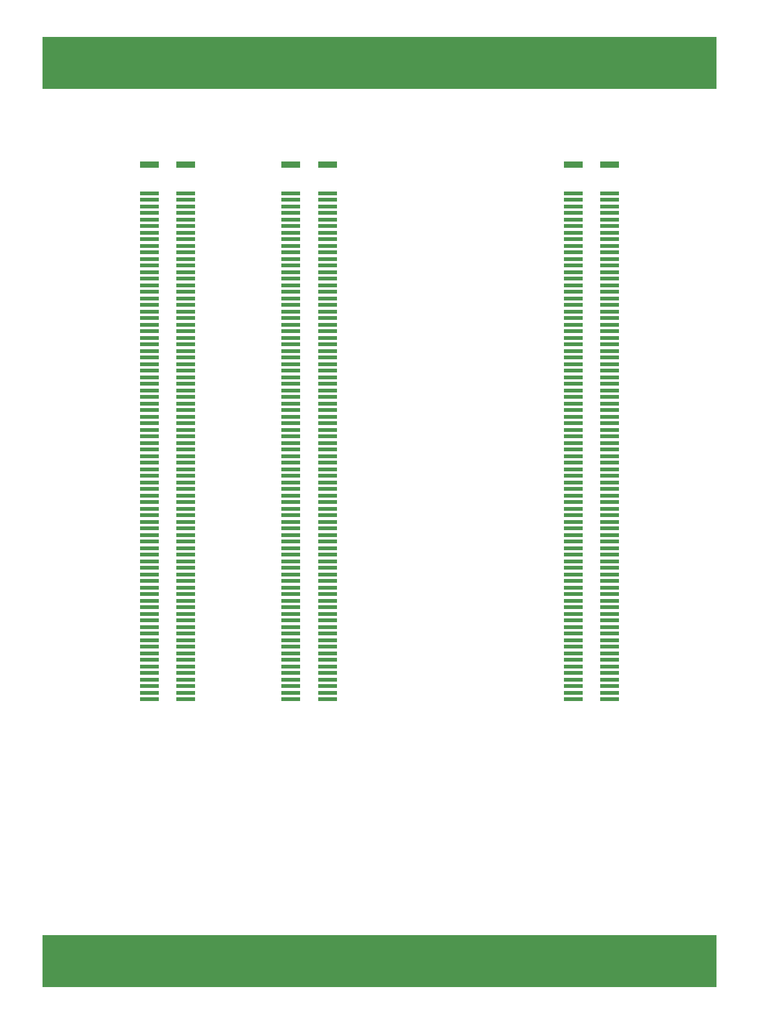
<source format=gbs>
G04 Layer: BottomSolderMaskLayer*
G04 EasyEDA v6.5.29, 2023-07-16 15:11:24*
G04 2c12c0e84ba74d3092461a17c469f48c,5a6b42c53f6a479593ecc07194224c93,10*
G04 Gerber Generator version 0.2*
G04 Scale: 100 percent, Rotated: No, Reflected: No *
G04 Dimensions in millimeters *
G04 leading zeros omitted , absolute positions ,4 integer and 5 decimal *
%FSLAX45Y45*%
%MOMM*%

%ADD10O,6.6032126X3.4031936000000003*%

%LPD*%
D10*
G01*
X736600Y12573000D03*
G01*
X8382000Y12573000D03*
G01*
X736600Y330200D03*
G01*
X8382000Y330200D03*
G36*
X0Y12852400D02*
G01*
X9131300Y12852400D01*
X9131300Y12152401D01*
X0Y12152401D01*
G37*
G36*
X0Y699998D02*
G01*
X9131300Y699998D01*
X9131300Y0D01*
X0Y0D01*
G37*
G36*
X1816100Y11168379D02*
G01*
X2070100Y11168379D01*
X2070100Y11079479D01*
X1816100Y11079479D01*
G37*
G36*
X1320800Y11168379D02*
G01*
X1574800Y11168379D01*
X1574800Y11079479D01*
X1320800Y11079479D01*
G37*
G36*
X1816100Y8983979D02*
G01*
X2070100Y8983979D01*
X2070100Y8933179D01*
X1816100Y8933179D01*
G37*
G36*
X1816100Y8895079D02*
G01*
X2070100Y8895079D01*
X2070100Y8844279D01*
X1816100Y8844279D01*
G37*
G36*
X1816100Y8806179D02*
G01*
X2070100Y8806179D01*
X2070100Y8755379D01*
X1816100Y8755379D01*
G37*
G36*
X1816100Y8539479D02*
G01*
X2070100Y8539479D01*
X2070100Y8488679D01*
X1816100Y8488679D01*
G37*
G36*
X1816100Y8628379D02*
G01*
X2070100Y8628379D01*
X2070100Y8577579D01*
X1816100Y8577579D01*
G37*
G36*
X1816100Y8717279D02*
G01*
X2070100Y8717279D01*
X2070100Y8666479D01*
X1816100Y8666479D01*
G37*
G36*
X1816100Y8272779D02*
G01*
X2070100Y8272779D01*
X2070100Y8221979D01*
X1816100Y8221979D01*
G37*
G36*
X1816100Y8361679D02*
G01*
X2070100Y8361679D01*
X2070100Y8310879D01*
X1816100Y8310879D01*
G37*
G36*
X1816100Y8450579D02*
G01*
X2070100Y8450579D01*
X2070100Y8399779D01*
X1816100Y8399779D01*
G37*
G36*
X1816100Y8006079D02*
G01*
X2070100Y8006079D01*
X2070100Y7955279D01*
X1816100Y7955279D01*
G37*
G36*
X1816100Y8094979D02*
G01*
X2070100Y8094979D01*
X2070100Y8044179D01*
X1816100Y8044179D01*
G37*
G36*
X1816100Y8183879D02*
G01*
X2070100Y8183879D01*
X2070100Y8133079D01*
X1816100Y8133079D01*
G37*
G36*
X1816100Y7828279D02*
G01*
X2070100Y7828279D01*
X2070100Y7777479D01*
X1816100Y7777479D01*
G37*
G36*
X1816100Y7917179D02*
G01*
X2070100Y7917179D01*
X2070100Y7866379D01*
X1816100Y7866379D01*
G37*
G36*
X1816100Y9161779D02*
G01*
X2070100Y9161779D01*
X2070100Y9110979D01*
X1816100Y9110979D01*
G37*
G36*
X1816100Y9072879D02*
G01*
X2070100Y9072879D01*
X2070100Y9022079D01*
X1816100Y9022079D01*
G37*
G36*
X1816100Y9428479D02*
G01*
X2070100Y9428479D01*
X2070100Y9377679D01*
X1816100Y9377679D01*
G37*
G36*
X1816100Y9339579D02*
G01*
X2070100Y9339579D01*
X2070100Y9288779D01*
X1816100Y9288779D01*
G37*
G36*
X1816100Y9250679D02*
G01*
X2070100Y9250679D01*
X2070100Y9199879D01*
X1816100Y9199879D01*
G37*
G36*
X1816100Y9695179D02*
G01*
X2070100Y9695179D01*
X2070100Y9644379D01*
X1816100Y9644379D01*
G37*
G36*
X1816100Y9606279D02*
G01*
X2070100Y9606279D01*
X2070100Y9555479D01*
X1816100Y9555479D01*
G37*
G36*
X1816100Y9517379D02*
G01*
X2070100Y9517379D01*
X2070100Y9466579D01*
X1816100Y9466579D01*
G37*
G36*
X1816100Y9961879D02*
G01*
X2070100Y9961879D01*
X2070100Y9911079D01*
X1816100Y9911079D01*
G37*
G36*
X1816100Y9872979D02*
G01*
X2070100Y9872979D01*
X2070100Y9822179D01*
X1816100Y9822179D01*
G37*
G36*
X1816100Y9784079D02*
G01*
X2070100Y9784079D01*
X2070100Y9733279D01*
X1816100Y9733279D01*
G37*
G36*
X1816100Y10228579D02*
G01*
X2070100Y10228579D01*
X2070100Y10177779D01*
X1816100Y10177779D01*
G37*
G36*
X1816100Y10139679D02*
G01*
X2070100Y10139679D01*
X2070100Y10088879D01*
X1816100Y10088879D01*
G37*
G36*
X1816100Y10050779D02*
G01*
X2070100Y10050779D01*
X2070100Y9999979D01*
X1816100Y9999979D01*
G37*
G36*
X1816100Y10495279D02*
G01*
X2070100Y10495279D01*
X2070100Y10444479D01*
X1816100Y10444479D01*
G37*
G36*
X1816100Y10406379D02*
G01*
X2070100Y10406379D01*
X2070100Y10355579D01*
X1816100Y10355579D01*
G37*
G36*
X1816100Y10317479D02*
G01*
X2070100Y10317479D01*
X2070100Y10266679D01*
X1816100Y10266679D01*
G37*
G36*
X1816100Y10584179D02*
G01*
X2070100Y10584179D01*
X2070100Y10533379D01*
X1816100Y10533379D01*
G37*
G36*
X1816100Y10673079D02*
G01*
X2070100Y10673079D01*
X2070100Y10622279D01*
X1816100Y10622279D01*
G37*
G36*
X1816100Y10761979D02*
G01*
X2070100Y10761979D01*
X2070100Y10711179D01*
X1816100Y10711179D01*
G37*
G36*
X1320800Y10761979D02*
G01*
X1574800Y10761979D01*
X1574800Y10711179D01*
X1320800Y10711179D01*
G37*
G36*
X1320800Y10673079D02*
G01*
X1574800Y10673079D01*
X1574800Y10622279D01*
X1320800Y10622279D01*
G37*
G36*
X1320800Y10584179D02*
G01*
X1574800Y10584179D01*
X1574800Y10533379D01*
X1320800Y10533379D01*
G37*
G36*
X1320800Y10317479D02*
G01*
X1574800Y10317479D01*
X1574800Y10266679D01*
X1320800Y10266679D01*
G37*
G36*
X1320800Y10406379D02*
G01*
X1574800Y10406379D01*
X1574800Y10355579D01*
X1320800Y10355579D01*
G37*
G36*
X1320800Y10495279D02*
G01*
X1574800Y10495279D01*
X1574800Y10444479D01*
X1320800Y10444479D01*
G37*
G36*
X1320800Y10050779D02*
G01*
X1574800Y10050779D01*
X1574800Y9999979D01*
X1320800Y9999979D01*
G37*
G36*
X1320800Y10139679D02*
G01*
X1574800Y10139679D01*
X1574800Y10088879D01*
X1320800Y10088879D01*
G37*
G36*
X1320800Y10228579D02*
G01*
X1574800Y10228579D01*
X1574800Y10177779D01*
X1320800Y10177779D01*
G37*
G36*
X1320800Y9784079D02*
G01*
X1574800Y9784079D01*
X1574800Y9733279D01*
X1320800Y9733279D01*
G37*
G36*
X1320800Y9872979D02*
G01*
X1574800Y9872979D01*
X1574800Y9822179D01*
X1320800Y9822179D01*
G37*
G36*
X1320800Y9961879D02*
G01*
X1574800Y9961879D01*
X1574800Y9911079D01*
X1320800Y9911079D01*
G37*
G36*
X1320800Y9517379D02*
G01*
X1574800Y9517379D01*
X1574800Y9466579D01*
X1320800Y9466579D01*
G37*
G36*
X1320800Y9606279D02*
G01*
X1574800Y9606279D01*
X1574800Y9555479D01*
X1320800Y9555479D01*
G37*
G36*
X1320800Y9695179D02*
G01*
X1574800Y9695179D01*
X1574800Y9644379D01*
X1320800Y9644379D01*
G37*
G36*
X1320800Y9250679D02*
G01*
X1574800Y9250679D01*
X1574800Y9199879D01*
X1320800Y9199879D01*
G37*
G36*
X1320800Y9339579D02*
G01*
X1574800Y9339579D01*
X1574800Y9288779D01*
X1320800Y9288779D01*
G37*
G36*
X1320800Y9428479D02*
G01*
X1574800Y9428479D01*
X1574800Y9377679D01*
X1320800Y9377679D01*
G37*
G36*
X1320800Y9072879D02*
G01*
X1574800Y9072879D01*
X1574800Y9022079D01*
X1320800Y9022079D01*
G37*
G36*
X1320800Y9161779D02*
G01*
X1574800Y9161779D01*
X1574800Y9110979D01*
X1320800Y9110979D01*
G37*
G36*
X1320800Y7917179D02*
G01*
X1574800Y7917179D01*
X1574800Y7866379D01*
X1320800Y7866379D01*
G37*
G36*
X1320800Y7828279D02*
G01*
X1574800Y7828279D01*
X1574800Y7777479D01*
X1320800Y7777479D01*
G37*
G36*
X1320800Y8183879D02*
G01*
X1574800Y8183879D01*
X1574800Y8133079D01*
X1320800Y8133079D01*
G37*
G36*
X1320800Y8094979D02*
G01*
X1574800Y8094979D01*
X1574800Y8044179D01*
X1320800Y8044179D01*
G37*
G36*
X1320800Y8006079D02*
G01*
X1574800Y8006079D01*
X1574800Y7955279D01*
X1320800Y7955279D01*
G37*
G36*
X1320800Y8450579D02*
G01*
X1574800Y8450579D01*
X1574800Y8399779D01*
X1320800Y8399779D01*
G37*
G36*
X1320800Y8361679D02*
G01*
X1574800Y8361679D01*
X1574800Y8310879D01*
X1320800Y8310879D01*
G37*
G36*
X1320800Y8272779D02*
G01*
X1574800Y8272779D01*
X1574800Y8221979D01*
X1320800Y8221979D01*
G37*
G36*
X1320800Y8717279D02*
G01*
X1574800Y8717279D01*
X1574800Y8666479D01*
X1320800Y8666479D01*
G37*
G36*
X1320800Y8628379D02*
G01*
X1574800Y8628379D01*
X1574800Y8577579D01*
X1320800Y8577579D01*
G37*
G36*
X1320800Y8539479D02*
G01*
X1574800Y8539479D01*
X1574800Y8488679D01*
X1320800Y8488679D01*
G37*
G36*
X1320800Y8806179D02*
G01*
X1574800Y8806179D01*
X1574800Y8755379D01*
X1320800Y8755379D01*
G37*
G36*
X1320800Y8895079D02*
G01*
X1574800Y8895079D01*
X1574800Y8844279D01*
X1320800Y8844279D01*
G37*
G36*
X1320800Y8983979D02*
G01*
X1574800Y8983979D01*
X1574800Y8933179D01*
X1320800Y8933179D01*
G37*
G36*
X1320800Y5961379D02*
G01*
X1574800Y5961379D01*
X1574800Y5910579D01*
X1320800Y5910579D01*
G37*
G36*
X1320800Y5872479D02*
G01*
X1574800Y5872479D01*
X1574800Y5821679D01*
X1320800Y5821679D01*
G37*
G36*
X1320800Y5783579D02*
G01*
X1574800Y5783579D01*
X1574800Y5732779D01*
X1320800Y5732779D01*
G37*
G36*
X1320800Y5516879D02*
G01*
X1574800Y5516879D01*
X1574800Y5466079D01*
X1320800Y5466079D01*
G37*
G36*
X1320800Y5605779D02*
G01*
X1574800Y5605779D01*
X1574800Y5554979D01*
X1320800Y5554979D01*
G37*
G36*
X1320800Y5694679D02*
G01*
X1574800Y5694679D01*
X1574800Y5643879D01*
X1320800Y5643879D01*
G37*
G36*
X1320800Y5250179D02*
G01*
X1574800Y5250179D01*
X1574800Y5199379D01*
X1320800Y5199379D01*
G37*
G36*
X1320800Y5339079D02*
G01*
X1574800Y5339079D01*
X1574800Y5288279D01*
X1320800Y5288279D01*
G37*
G36*
X1320800Y5427979D02*
G01*
X1574800Y5427979D01*
X1574800Y5377179D01*
X1320800Y5377179D01*
G37*
G36*
X1320800Y4983479D02*
G01*
X1574800Y4983479D01*
X1574800Y4932679D01*
X1320800Y4932679D01*
G37*
G36*
X1320800Y5072379D02*
G01*
X1574800Y5072379D01*
X1574800Y5021579D01*
X1320800Y5021579D01*
G37*
G36*
X1320800Y5161279D02*
G01*
X1574800Y5161279D01*
X1574800Y5110479D01*
X1320800Y5110479D01*
G37*
G36*
X1320800Y4805679D02*
G01*
X1574800Y4805679D01*
X1574800Y4754879D01*
X1320800Y4754879D01*
G37*
G36*
X1320800Y4894579D02*
G01*
X1574800Y4894579D01*
X1574800Y4843779D01*
X1320800Y4843779D01*
G37*
G36*
X1320800Y6139179D02*
G01*
X1574800Y6139179D01*
X1574800Y6088379D01*
X1320800Y6088379D01*
G37*
G36*
X1320800Y6050279D02*
G01*
X1574800Y6050279D01*
X1574800Y5999479D01*
X1320800Y5999479D01*
G37*
G36*
X1320800Y6405879D02*
G01*
X1574800Y6405879D01*
X1574800Y6355079D01*
X1320800Y6355079D01*
G37*
G36*
X1320800Y6316979D02*
G01*
X1574800Y6316979D01*
X1574800Y6266179D01*
X1320800Y6266179D01*
G37*
G36*
X1320800Y6228079D02*
G01*
X1574800Y6228079D01*
X1574800Y6177279D01*
X1320800Y6177279D01*
G37*
G36*
X1320800Y6672579D02*
G01*
X1574800Y6672579D01*
X1574800Y6621779D01*
X1320800Y6621779D01*
G37*
G36*
X1320800Y6583679D02*
G01*
X1574800Y6583679D01*
X1574800Y6532879D01*
X1320800Y6532879D01*
G37*
G36*
X1320800Y6494779D02*
G01*
X1574800Y6494779D01*
X1574800Y6443979D01*
X1320800Y6443979D01*
G37*
G36*
X1320800Y6939279D02*
G01*
X1574800Y6939279D01*
X1574800Y6888479D01*
X1320800Y6888479D01*
G37*
G36*
X1320800Y6850379D02*
G01*
X1574800Y6850379D01*
X1574800Y6799579D01*
X1320800Y6799579D01*
G37*
G36*
X1320800Y6761479D02*
G01*
X1574800Y6761479D01*
X1574800Y6710679D01*
X1320800Y6710679D01*
G37*
G36*
X1320800Y7205979D02*
G01*
X1574800Y7205979D01*
X1574800Y7155179D01*
X1320800Y7155179D01*
G37*
G36*
X1320800Y7117079D02*
G01*
X1574800Y7117079D01*
X1574800Y7066279D01*
X1320800Y7066279D01*
G37*
G36*
X1320800Y7028179D02*
G01*
X1574800Y7028179D01*
X1574800Y6977379D01*
X1320800Y6977379D01*
G37*
G36*
X1320800Y7472679D02*
G01*
X1574800Y7472679D01*
X1574800Y7421879D01*
X1320800Y7421879D01*
G37*
G36*
X1320800Y7383779D02*
G01*
X1574800Y7383779D01*
X1574800Y7332979D01*
X1320800Y7332979D01*
G37*
G36*
X1320800Y7294879D02*
G01*
X1574800Y7294879D01*
X1574800Y7244079D01*
X1320800Y7244079D01*
G37*
G36*
X1320800Y7561579D02*
G01*
X1574800Y7561579D01*
X1574800Y7510779D01*
X1320800Y7510779D01*
G37*
G36*
X1320800Y7650479D02*
G01*
X1574800Y7650479D01*
X1574800Y7599679D01*
X1320800Y7599679D01*
G37*
G36*
X1320800Y7739379D02*
G01*
X1574800Y7739379D01*
X1574800Y7688579D01*
X1320800Y7688579D01*
G37*
G36*
X1816100Y7739379D02*
G01*
X2070100Y7739379D01*
X2070100Y7688579D01*
X1816100Y7688579D01*
G37*
G36*
X1816100Y7650479D02*
G01*
X2070100Y7650479D01*
X2070100Y7599679D01*
X1816100Y7599679D01*
G37*
G36*
X1816100Y7561579D02*
G01*
X2070100Y7561579D01*
X2070100Y7510779D01*
X1816100Y7510779D01*
G37*
G36*
X1816100Y7294879D02*
G01*
X2070100Y7294879D01*
X2070100Y7244079D01*
X1816100Y7244079D01*
G37*
G36*
X1816100Y7383779D02*
G01*
X2070100Y7383779D01*
X2070100Y7332979D01*
X1816100Y7332979D01*
G37*
G36*
X1816100Y7472679D02*
G01*
X2070100Y7472679D01*
X2070100Y7421879D01*
X1816100Y7421879D01*
G37*
G36*
X1816100Y7028179D02*
G01*
X2070100Y7028179D01*
X2070100Y6977379D01*
X1816100Y6977379D01*
G37*
G36*
X1816100Y7117079D02*
G01*
X2070100Y7117079D01*
X2070100Y7066279D01*
X1816100Y7066279D01*
G37*
G36*
X1816100Y7205979D02*
G01*
X2070100Y7205979D01*
X2070100Y7155179D01*
X1816100Y7155179D01*
G37*
G36*
X1816100Y6761479D02*
G01*
X2070100Y6761479D01*
X2070100Y6710679D01*
X1816100Y6710679D01*
G37*
G36*
X1816100Y6850379D02*
G01*
X2070100Y6850379D01*
X2070100Y6799579D01*
X1816100Y6799579D01*
G37*
G36*
X1816100Y6939279D02*
G01*
X2070100Y6939279D01*
X2070100Y6888479D01*
X1816100Y6888479D01*
G37*
G36*
X1816100Y6494779D02*
G01*
X2070100Y6494779D01*
X2070100Y6443979D01*
X1816100Y6443979D01*
G37*
G36*
X1816100Y6583679D02*
G01*
X2070100Y6583679D01*
X2070100Y6532879D01*
X1816100Y6532879D01*
G37*
G36*
X1816100Y6672579D02*
G01*
X2070100Y6672579D01*
X2070100Y6621779D01*
X1816100Y6621779D01*
G37*
G36*
X1816100Y6228079D02*
G01*
X2070100Y6228079D01*
X2070100Y6177279D01*
X1816100Y6177279D01*
G37*
G36*
X1816100Y6316979D02*
G01*
X2070100Y6316979D01*
X2070100Y6266179D01*
X1816100Y6266179D01*
G37*
G36*
X1816100Y6405879D02*
G01*
X2070100Y6405879D01*
X2070100Y6355079D01*
X1816100Y6355079D01*
G37*
G36*
X1816100Y6050279D02*
G01*
X2070100Y6050279D01*
X2070100Y5999479D01*
X1816100Y5999479D01*
G37*
G36*
X1816100Y6139179D02*
G01*
X2070100Y6139179D01*
X2070100Y6088379D01*
X1816100Y6088379D01*
G37*
G36*
X1816100Y4894579D02*
G01*
X2070100Y4894579D01*
X2070100Y4843779D01*
X1816100Y4843779D01*
G37*
G36*
X1816100Y4805679D02*
G01*
X2070100Y4805679D01*
X2070100Y4754879D01*
X1816100Y4754879D01*
G37*
G36*
X1816100Y5161279D02*
G01*
X2070100Y5161279D01*
X2070100Y5110479D01*
X1816100Y5110479D01*
G37*
G36*
X1816100Y5072379D02*
G01*
X2070100Y5072379D01*
X2070100Y5021579D01*
X1816100Y5021579D01*
G37*
G36*
X1816100Y4983479D02*
G01*
X2070100Y4983479D01*
X2070100Y4932679D01*
X1816100Y4932679D01*
G37*
G36*
X1816100Y5427979D02*
G01*
X2070100Y5427979D01*
X2070100Y5377179D01*
X1816100Y5377179D01*
G37*
G36*
X1816100Y5339079D02*
G01*
X2070100Y5339079D01*
X2070100Y5288279D01*
X1816100Y5288279D01*
G37*
G36*
X1816100Y5250179D02*
G01*
X2070100Y5250179D01*
X2070100Y5199379D01*
X1816100Y5199379D01*
G37*
G36*
X1816100Y5694679D02*
G01*
X2070100Y5694679D01*
X2070100Y5643879D01*
X1816100Y5643879D01*
G37*
G36*
X1816100Y5605779D02*
G01*
X2070100Y5605779D01*
X2070100Y5554979D01*
X1816100Y5554979D01*
G37*
G36*
X1816100Y5516879D02*
G01*
X2070100Y5516879D01*
X2070100Y5466079D01*
X1816100Y5466079D01*
G37*
G36*
X1816100Y5783579D02*
G01*
X2070100Y5783579D01*
X2070100Y5732779D01*
X1816100Y5732779D01*
G37*
G36*
X1816100Y5872479D02*
G01*
X2070100Y5872479D01*
X2070100Y5821679D01*
X1816100Y5821679D01*
G37*
G36*
X1816100Y5961379D02*
G01*
X2070100Y5961379D01*
X2070100Y5910579D01*
X1816100Y5910579D01*
G37*
G36*
X1320800Y3916679D02*
G01*
X1574800Y3916679D01*
X1574800Y3865879D01*
X1320800Y3865879D01*
G37*
G36*
X1320800Y4183379D02*
G01*
X1574800Y4183379D01*
X1574800Y4132579D01*
X1320800Y4132579D01*
G37*
G36*
X1320800Y4094479D02*
G01*
X1574800Y4094479D01*
X1574800Y4043679D01*
X1320800Y4043679D01*
G37*
G36*
X1320800Y4005579D02*
G01*
X1574800Y4005579D01*
X1574800Y3954779D01*
X1320800Y3954779D01*
G37*
G36*
X1320800Y4450079D02*
G01*
X1574800Y4450079D01*
X1574800Y4399279D01*
X1320800Y4399279D01*
G37*
G36*
X1320800Y4361179D02*
G01*
X1574800Y4361179D01*
X1574800Y4310379D01*
X1320800Y4310379D01*
G37*
G36*
X1320800Y4272279D02*
G01*
X1574800Y4272279D01*
X1574800Y4221479D01*
X1320800Y4221479D01*
G37*
G36*
X1320800Y4538979D02*
G01*
X1574800Y4538979D01*
X1574800Y4488179D01*
X1320800Y4488179D01*
G37*
G36*
X1320800Y4627879D02*
G01*
X1574800Y4627879D01*
X1574800Y4577079D01*
X1320800Y4577079D01*
G37*
G36*
X1320800Y4716779D02*
G01*
X1574800Y4716779D01*
X1574800Y4665979D01*
X1320800Y4665979D01*
G37*
G36*
X1816100Y4716779D02*
G01*
X2070100Y4716779D01*
X2070100Y4665979D01*
X1816100Y4665979D01*
G37*
G36*
X1816100Y4627879D02*
G01*
X2070100Y4627879D01*
X2070100Y4577079D01*
X1816100Y4577079D01*
G37*
G36*
X1816100Y4538979D02*
G01*
X2070100Y4538979D01*
X2070100Y4488179D01*
X1816100Y4488179D01*
G37*
G36*
X1816100Y4272279D02*
G01*
X2070100Y4272279D01*
X2070100Y4221479D01*
X1816100Y4221479D01*
G37*
G36*
X1816100Y4361179D02*
G01*
X2070100Y4361179D01*
X2070100Y4310379D01*
X1816100Y4310379D01*
G37*
G36*
X1816100Y4450079D02*
G01*
X2070100Y4450079D01*
X2070100Y4399279D01*
X1816100Y4399279D01*
G37*
G36*
X1816100Y4005579D02*
G01*
X2070100Y4005579D01*
X2070100Y3954779D01*
X1816100Y3954779D01*
G37*
G36*
X1816100Y4094479D02*
G01*
X2070100Y4094479D01*
X2070100Y4043679D01*
X1816100Y4043679D01*
G37*
G36*
X1816100Y4183379D02*
G01*
X2070100Y4183379D01*
X2070100Y4132579D01*
X1816100Y4132579D01*
G37*
G36*
X1816100Y3916679D02*
G01*
X2070100Y3916679D01*
X2070100Y3865879D01*
X1816100Y3865879D01*
G37*
G36*
X3733825Y3916679D02*
G01*
X3987825Y3916679D01*
X3987825Y3865879D01*
X3733825Y3865879D01*
G37*
G36*
X3733825Y4183379D02*
G01*
X3987825Y4183379D01*
X3987825Y4132579D01*
X3733825Y4132579D01*
G37*
G36*
X3733825Y4094479D02*
G01*
X3987825Y4094479D01*
X3987825Y4043679D01*
X3733825Y4043679D01*
G37*
G36*
X3733825Y4005579D02*
G01*
X3987825Y4005579D01*
X3987825Y3954779D01*
X3733825Y3954779D01*
G37*
G36*
X3733825Y4450079D02*
G01*
X3987825Y4450079D01*
X3987825Y4399279D01*
X3733825Y4399279D01*
G37*
G36*
X3733825Y4361179D02*
G01*
X3987825Y4361179D01*
X3987825Y4310379D01*
X3733825Y4310379D01*
G37*
G36*
X3733825Y4272279D02*
G01*
X3987825Y4272279D01*
X3987825Y4221479D01*
X3733825Y4221479D01*
G37*
G36*
X3733825Y4538979D02*
G01*
X3987825Y4538979D01*
X3987825Y4488179D01*
X3733825Y4488179D01*
G37*
G36*
X3733825Y4627879D02*
G01*
X3987825Y4627879D01*
X3987825Y4577079D01*
X3733825Y4577079D01*
G37*
G36*
X3733825Y4716779D02*
G01*
X3987825Y4716779D01*
X3987825Y4665979D01*
X3733825Y4665979D01*
G37*
G36*
X3238525Y4716779D02*
G01*
X3492525Y4716779D01*
X3492525Y4665979D01*
X3238525Y4665979D01*
G37*
G36*
X3238525Y4627879D02*
G01*
X3492525Y4627879D01*
X3492525Y4577079D01*
X3238525Y4577079D01*
G37*
G36*
X3238525Y4538979D02*
G01*
X3492525Y4538979D01*
X3492525Y4488179D01*
X3238525Y4488179D01*
G37*
G36*
X3238525Y4272279D02*
G01*
X3492525Y4272279D01*
X3492525Y4221479D01*
X3238525Y4221479D01*
G37*
G36*
X3238525Y4361179D02*
G01*
X3492525Y4361179D01*
X3492525Y4310379D01*
X3238525Y4310379D01*
G37*
G36*
X3238525Y4450079D02*
G01*
X3492525Y4450079D01*
X3492525Y4399279D01*
X3238525Y4399279D01*
G37*
G36*
X3238525Y4005579D02*
G01*
X3492525Y4005579D01*
X3492525Y3954779D01*
X3238525Y3954779D01*
G37*
G36*
X3238525Y4094479D02*
G01*
X3492525Y4094479D01*
X3492525Y4043679D01*
X3238525Y4043679D01*
G37*
G36*
X3238525Y4183379D02*
G01*
X3492525Y4183379D01*
X3492525Y4132579D01*
X3238525Y4132579D01*
G37*
G36*
X3238525Y3916679D02*
G01*
X3492525Y3916679D01*
X3492525Y3865879D01*
X3238525Y3865879D01*
G37*
G36*
X3733825Y5961379D02*
G01*
X3987825Y5961379D01*
X3987825Y5910579D01*
X3733825Y5910579D01*
G37*
G36*
X3733825Y5872479D02*
G01*
X3987825Y5872479D01*
X3987825Y5821679D01*
X3733825Y5821679D01*
G37*
G36*
X3733825Y5783579D02*
G01*
X3987825Y5783579D01*
X3987825Y5732779D01*
X3733825Y5732779D01*
G37*
G36*
X3733825Y5516879D02*
G01*
X3987825Y5516879D01*
X3987825Y5466079D01*
X3733825Y5466079D01*
G37*
G36*
X3733825Y5605779D02*
G01*
X3987825Y5605779D01*
X3987825Y5554979D01*
X3733825Y5554979D01*
G37*
G36*
X3733825Y5694679D02*
G01*
X3987825Y5694679D01*
X3987825Y5643879D01*
X3733825Y5643879D01*
G37*
G36*
X3733825Y5250179D02*
G01*
X3987825Y5250179D01*
X3987825Y5199379D01*
X3733825Y5199379D01*
G37*
G36*
X3733825Y5339079D02*
G01*
X3987825Y5339079D01*
X3987825Y5288279D01*
X3733825Y5288279D01*
G37*
G36*
X3733825Y5427979D02*
G01*
X3987825Y5427979D01*
X3987825Y5377179D01*
X3733825Y5377179D01*
G37*
G36*
X3733825Y4983479D02*
G01*
X3987825Y4983479D01*
X3987825Y4932679D01*
X3733825Y4932679D01*
G37*
G36*
X3733825Y5072379D02*
G01*
X3987825Y5072379D01*
X3987825Y5021579D01*
X3733825Y5021579D01*
G37*
G36*
X3733825Y5161279D02*
G01*
X3987825Y5161279D01*
X3987825Y5110479D01*
X3733825Y5110479D01*
G37*
G36*
X3733825Y4805679D02*
G01*
X3987825Y4805679D01*
X3987825Y4754879D01*
X3733825Y4754879D01*
G37*
G36*
X3733825Y4894579D02*
G01*
X3987825Y4894579D01*
X3987825Y4843779D01*
X3733825Y4843779D01*
G37*
G36*
X3733825Y6139179D02*
G01*
X3987825Y6139179D01*
X3987825Y6088379D01*
X3733825Y6088379D01*
G37*
G36*
X3733825Y6050279D02*
G01*
X3987825Y6050279D01*
X3987825Y5999479D01*
X3733825Y5999479D01*
G37*
G36*
X3733825Y6405879D02*
G01*
X3987825Y6405879D01*
X3987825Y6355079D01*
X3733825Y6355079D01*
G37*
G36*
X3733825Y6316979D02*
G01*
X3987825Y6316979D01*
X3987825Y6266179D01*
X3733825Y6266179D01*
G37*
G36*
X3733825Y6228079D02*
G01*
X3987825Y6228079D01*
X3987825Y6177279D01*
X3733825Y6177279D01*
G37*
G36*
X3733825Y6672579D02*
G01*
X3987825Y6672579D01*
X3987825Y6621779D01*
X3733825Y6621779D01*
G37*
G36*
X3733825Y6583679D02*
G01*
X3987825Y6583679D01*
X3987825Y6532879D01*
X3733825Y6532879D01*
G37*
G36*
X3733825Y6494779D02*
G01*
X3987825Y6494779D01*
X3987825Y6443979D01*
X3733825Y6443979D01*
G37*
G36*
X3733825Y6939279D02*
G01*
X3987825Y6939279D01*
X3987825Y6888479D01*
X3733825Y6888479D01*
G37*
G36*
X3733825Y6850379D02*
G01*
X3987825Y6850379D01*
X3987825Y6799579D01*
X3733825Y6799579D01*
G37*
G36*
X3733825Y6761479D02*
G01*
X3987825Y6761479D01*
X3987825Y6710679D01*
X3733825Y6710679D01*
G37*
G36*
X3733825Y7205979D02*
G01*
X3987825Y7205979D01*
X3987825Y7155179D01*
X3733825Y7155179D01*
G37*
G36*
X3733825Y7117079D02*
G01*
X3987825Y7117079D01*
X3987825Y7066279D01*
X3733825Y7066279D01*
G37*
G36*
X3733825Y7028179D02*
G01*
X3987825Y7028179D01*
X3987825Y6977379D01*
X3733825Y6977379D01*
G37*
G36*
X3733825Y7472679D02*
G01*
X3987825Y7472679D01*
X3987825Y7421879D01*
X3733825Y7421879D01*
G37*
G36*
X3733825Y7383779D02*
G01*
X3987825Y7383779D01*
X3987825Y7332979D01*
X3733825Y7332979D01*
G37*
G36*
X3733825Y7294879D02*
G01*
X3987825Y7294879D01*
X3987825Y7244079D01*
X3733825Y7244079D01*
G37*
G36*
X3733825Y7561579D02*
G01*
X3987825Y7561579D01*
X3987825Y7510779D01*
X3733825Y7510779D01*
G37*
G36*
X3733825Y7650479D02*
G01*
X3987825Y7650479D01*
X3987825Y7599679D01*
X3733825Y7599679D01*
G37*
G36*
X3733825Y7739379D02*
G01*
X3987825Y7739379D01*
X3987825Y7688579D01*
X3733825Y7688579D01*
G37*
G36*
X3238525Y7739379D02*
G01*
X3492525Y7739379D01*
X3492525Y7688579D01*
X3238525Y7688579D01*
G37*
G36*
X3238525Y7650479D02*
G01*
X3492525Y7650479D01*
X3492525Y7599679D01*
X3238525Y7599679D01*
G37*
G36*
X3238525Y7561579D02*
G01*
X3492525Y7561579D01*
X3492525Y7510779D01*
X3238525Y7510779D01*
G37*
G36*
X3238525Y7294879D02*
G01*
X3492525Y7294879D01*
X3492525Y7244079D01*
X3238525Y7244079D01*
G37*
G36*
X3238525Y7383779D02*
G01*
X3492525Y7383779D01*
X3492525Y7332979D01*
X3238525Y7332979D01*
G37*
G36*
X3238525Y7472679D02*
G01*
X3492525Y7472679D01*
X3492525Y7421879D01*
X3238525Y7421879D01*
G37*
G36*
X3238525Y7028179D02*
G01*
X3492525Y7028179D01*
X3492525Y6977379D01*
X3238525Y6977379D01*
G37*
G36*
X3238525Y7117079D02*
G01*
X3492525Y7117079D01*
X3492525Y7066279D01*
X3238525Y7066279D01*
G37*
G36*
X3238525Y7205979D02*
G01*
X3492525Y7205979D01*
X3492525Y7155179D01*
X3238525Y7155179D01*
G37*
G36*
X3238525Y6761479D02*
G01*
X3492525Y6761479D01*
X3492525Y6710679D01*
X3238525Y6710679D01*
G37*
G36*
X3238525Y6850379D02*
G01*
X3492525Y6850379D01*
X3492525Y6799579D01*
X3238525Y6799579D01*
G37*
G36*
X3238525Y6939279D02*
G01*
X3492525Y6939279D01*
X3492525Y6888479D01*
X3238525Y6888479D01*
G37*
G36*
X3238525Y6494779D02*
G01*
X3492525Y6494779D01*
X3492525Y6443979D01*
X3238525Y6443979D01*
G37*
G36*
X3238525Y6583679D02*
G01*
X3492525Y6583679D01*
X3492525Y6532879D01*
X3238525Y6532879D01*
G37*
G36*
X3238525Y6672579D02*
G01*
X3492525Y6672579D01*
X3492525Y6621779D01*
X3238525Y6621779D01*
G37*
G36*
X3238525Y6228079D02*
G01*
X3492525Y6228079D01*
X3492525Y6177279D01*
X3238525Y6177279D01*
G37*
G36*
X3238525Y6316979D02*
G01*
X3492525Y6316979D01*
X3492525Y6266179D01*
X3238525Y6266179D01*
G37*
G36*
X3238525Y6405879D02*
G01*
X3492525Y6405879D01*
X3492525Y6355079D01*
X3238525Y6355079D01*
G37*
G36*
X3238525Y6050279D02*
G01*
X3492525Y6050279D01*
X3492525Y5999479D01*
X3238525Y5999479D01*
G37*
G36*
X3238525Y6139179D02*
G01*
X3492525Y6139179D01*
X3492525Y6088379D01*
X3238525Y6088379D01*
G37*
G36*
X3238525Y4894579D02*
G01*
X3492525Y4894579D01*
X3492525Y4843779D01*
X3238525Y4843779D01*
G37*
G36*
X3238525Y4805679D02*
G01*
X3492525Y4805679D01*
X3492525Y4754879D01*
X3238525Y4754879D01*
G37*
G36*
X3238525Y5161279D02*
G01*
X3492525Y5161279D01*
X3492525Y5110479D01*
X3238525Y5110479D01*
G37*
G36*
X3238525Y5072379D02*
G01*
X3492525Y5072379D01*
X3492525Y5021579D01*
X3238525Y5021579D01*
G37*
G36*
X3238525Y4983479D02*
G01*
X3492525Y4983479D01*
X3492525Y4932679D01*
X3238525Y4932679D01*
G37*
G36*
X3238525Y5427979D02*
G01*
X3492525Y5427979D01*
X3492525Y5377179D01*
X3238525Y5377179D01*
G37*
G36*
X3238525Y5339079D02*
G01*
X3492525Y5339079D01*
X3492525Y5288279D01*
X3238525Y5288279D01*
G37*
G36*
X3238525Y5250179D02*
G01*
X3492525Y5250179D01*
X3492525Y5199379D01*
X3238525Y5199379D01*
G37*
G36*
X3238525Y5694679D02*
G01*
X3492525Y5694679D01*
X3492525Y5643879D01*
X3238525Y5643879D01*
G37*
G36*
X3238525Y5605779D02*
G01*
X3492525Y5605779D01*
X3492525Y5554979D01*
X3238525Y5554979D01*
G37*
G36*
X3238525Y5516879D02*
G01*
X3492525Y5516879D01*
X3492525Y5466079D01*
X3238525Y5466079D01*
G37*
G36*
X3238525Y5783579D02*
G01*
X3492525Y5783579D01*
X3492525Y5732779D01*
X3238525Y5732779D01*
G37*
G36*
X3238525Y5872479D02*
G01*
X3492525Y5872479D01*
X3492525Y5821679D01*
X3238525Y5821679D01*
G37*
G36*
X3238525Y5961379D02*
G01*
X3492525Y5961379D01*
X3492525Y5910579D01*
X3238525Y5910579D01*
G37*
G36*
X3238525Y8983979D02*
G01*
X3492525Y8983979D01*
X3492525Y8933179D01*
X3238525Y8933179D01*
G37*
G36*
X3238525Y8895079D02*
G01*
X3492525Y8895079D01*
X3492525Y8844279D01*
X3238525Y8844279D01*
G37*
G36*
X3238525Y8806179D02*
G01*
X3492525Y8806179D01*
X3492525Y8755379D01*
X3238525Y8755379D01*
G37*
G36*
X3238525Y8539479D02*
G01*
X3492525Y8539479D01*
X3492525Y8488679D01*
X3238525Y8488679D01*
G37*
G36*
X3238525Y8628379D02*
G01*
X3492525Y8628379D01*
X3492525Y8577579D01*
X3238525Y8577579D01*
G37*
G36*
X3238525Y8717279D02*
G01*
X3492525Y8717279D01*
X3492525Y8666479D01*
X3238525Y8666479D01*
G37*
G36*
X3238525Y8272779D02*
G01*
X3492525Y8272779D01*
X3492525Y8221979D01*
X3238525Y8221979D01*
G37*
G36*
X3238525Y8361679D02*
G01*
X3492525Y8361679D01*
X3492525Y8310879D01*
X3238525Y8310879D01*
G37*
G36*
X3238525Y8450579D02*
G01*
X3492525Y8450579D01*
X3492525Y8399779D01*
X3238525Y8399779D01*
G37*
G36*
X3238525Y8006079D02*
G01*
X3492525Y8006079D01*
X3492525Y7955279D01*
X3238525Y7955279D01*
G37*
G36*
X3238525Y8094979D02*
G01*
X3492525Y8094979D01*
X3492525Y8044179D01*
X3238525Y8044179D01*
G37*
G36*
X3238525Y8183879D02*
G01*
X3492525Y8183879D01*
X3492525Y8133079D01*
X3238525Y8133079D01*
G37*
G36*
X3238525Y7828279D02*
G01*
X3492525Y7828279D01*
X3492525Y7777479D01*
X3238525Y7777479D01*
G37*
G36*
X3238525Y7917179D02*
G01*
X3492525Y7917179D01*
X3492525Y7866379D01*
X3238525Y7866379D01*
G37*
G36*
X3238525Y9161779D02*
G01*
X3492525Y9161779D01*
X3492525Y9110979D01*
X3238525Y9110979D01*
G37*
G36*
X3238525Y9072879D02*
G01*
X3492525Y9072879D01*
X3492525Y9022079D01*
X3238525Y9022079D01*
G37*
G36*
X3238525Y9428479D02*
G01*
X3492525Y9428479D01*
X3492525Y9377679D01*
X3238525Y9377679D01*
G37*
G36*
X3238525Y9339579D02*
G01*
X3492525Y9339579D01*
X3492525Y9288779D01*
X3238525Y9288779D01*
G37*
G36*
X3238525Y9250679D02*
G01*
X3492525Y9250679D01*
X3492525Y9199879D01*
X3238525Y9199879D01*
G37*
G36*
X3238525Y9695179D02*
G01*
X3492525Y9695179D01*
X3492525Y9644379D01*
X3238525Y9644379D01*
G37*
G36*
X3238525Y9606279D02*
G01*
X3492525Y9606279D01*
X3492525Y9555479D01*
X3238525Y9555479D01*
G37*
G36*
X3238525Y9517379D02*
G01*
X3492525Y9517379D01*
X3492525Y9466579D01*
X3238525Y9466579D01*
G37*
G36*
X3238525Y9961879D02*
G01*
X3492525Y9961879D01*
X3492525Y9911079D01*
X3238525Y9911079D01*
G37*
G36*
X3238525Y9872979D02*
G01*
X3492525Y9872979D01*
X3492525Y9822179D01*
X3238525Y9822179D01*
G37*
G36*
X3238525Y9784079D02*
G01*
X3492525Y9784079D01*
X3492525Y9733279D01*
X3238525Y9733279D01*
G37*
G36*
X3238525Y10228579D02*
G01*
X3492525Y10228579D01*
X3492525Y10177779D01*
X3238525Y10177779D01*
G37*
G36*
X3238525Y10139679D02*
G01*
X3492525Y10139679D01*
X3492525Y10088879D01*
X3238525Y10088879D01*
G37*
G36*
X3238525Y10050779D02*
G01*
X3492525Y10050779D01*
X3492525Y9999979D01*
X3238525Y9999979D01*
G37*
G36*
X3238525Y10495279D02*
G01*
X3492525Y10495279D01*
X3492525Y10444479D01*
X3238525Y10444479D01*
G37*
G36*
X3238525Y10406379D02*
G01*
X3492525Y10406379D01*
X3492525Y10355579D01*
X3238525Y10355579D01*
G37*
G36*
X3238525Y10317479D02*
G01*
X3492525Y10317479D01*
X3492525Y10266679D01*
X3238525Y10266679D01*
G37*
G36*
X3238525Y10584179D02*
G01*
X3492525Y10584179D01*
X3492525Y10533379D01*
X3238525Y10533379D01*
G37*
G36*
X3238525Y10673079D02*
G01*
X3492525Y10673079D01*
X3492525Y10622279D01*
X3238525Y10622279D01*
G37*
G36*
X3238525Y10761979D02*
G01*
X3492525Y10761979D01*
X3492525Y10711179D01*
X3238525Y10711179D01*
G37*
G36*
X3733825Y10761979D02*
G01*
X3987825Y10761979D01*
X3987825Y10711179D01*
X3733825Y10711179D01*
G37*
G36*
X3733825Y10673079D02*
G01*
X3987825Y10673079D01*
X3987825Y10622279D01*
X3733825Y10622279D01*
G37*
G36*
X3733825Y10584179D02*
G01*
X3987825Y10584179D01*
X3987825Y10533379D01*
X3733825Y10533379D01*
G37*
G36*
X3733825Y10317479D02*
G01*
X3987825Y10317479D01*
X3987825Y10266679D01*
X3733825Y10266679D01*
G37*
G36*
X3733825Y10406379D02*
G01*
X3987825Y10406379D01*
X3987825Y10355579D01*
X3733825Y10355579D01*
G37*
G36*
X3733825Y10495279D02*
G01*
X3987825Y10495279D01*
X3987825Y10444479D01*
X3733825Y10444479D01*
G37*
G36*
X3733825Y10050779D02*
G01*
X3987825Y10050779D01*
X3987825Y9999979D01*
X3733825Y9999979D01*
G37*
G36*
X3733825Y10139679D02*
G01*
X3987825Y10139679D01*
X3987825Y10088879D01*
X3733825Y10088879D01*
G37*
G36*
X3733825Y10228579D02*
G01*
X3987825Y10228579D01*
X3987825Y10177779D01*
X3733825Y10177779D01*
G37*
G36*
X3733825Y9784079D02*
G01*
X3987825Y9784079D01*
X3987825Y9733279D01*
X3733825Y9733279D01*
G37*
G36*
X3733825Y9872979D02*
G01*
X3987825Y9872979D01*
X3987825Y9822179D01*
X3733825Y9822179D01*
G37*
G36*
X3733825Y9961879D02*
G01*
X3987825Y9961879D01*
X3987825Y9911079D01*
X3733825Y9911079D01*
G37*
G36*
X3733825Y9517379D02*
G01*
X3987825Y9517379D01*
X3987825Y9466579D01*
X3733825Y9466579D01*
G37*
G36*
X3733825Y9606279D02*
G01*
X3987825Y9606279D01*
X3987825Y9555479D01*
X3733825Y9555479D01*
G37*
G36*
X3733825Y9695179D02*
G01*
X3987825Y9695179D01*
X3987825Y9644379D01*
X3733825Y9644379D01*
G37*
G36*
X3733825Y9250679D02*
G01*
X3987825Y9250679D01*
X3987825Y9199879D01*
X3733825Y9199879D01*
G37*
G36*
X3733825Y9339579D02*
G01*
X3987825Y9339579D01*
X3987825Y9288779D01*
X3733825Y9288779D01*
G37*
G36*
X3733825Y9428479D02*
G01*
X3987825Y9428479D01*
X3987825Y9377679D01*
X3733825Y9377679D01*
G37*
G36*
X3733825Y9072879D02*
G01*
X3987825Y9072879D01*
X3987825Y9022079D01*
X3733825Y9022079D01*
G37*
G36*
X3733825Y9161779D02*
G01*
X3987825Y9161779D01*
X3987825Y9110979D01*
X3733825Y9110979D01*
G37*
G36*
X3733825Y7917179D02*
G01*
X3987825Y7917179D01*
X3987825Y7866379D01*
X3733825Y7866379D01*
G37*
G36*
X3733825Y7828279D02*
G01*
X3987825Y7828279D01*
X3987825Y7777479D01*
X3733825Y7777479D01*
G37*
G36*
X3733825Y8183879D02*
G01*
X3987825Y8183879D01*
X3987825Y8133079D01*
X3733825Y8133079D01*
G37*
G36*
X3733825Y8094979D02*
G01*
X3987825Y8094979D01*
X3987825Y8044179D01*
X3733825Y8044179D01*
G37*
G36*
X3733825Y8006079D02*
G01*
X3987825Y8006079D01*
X3987825Y7955279D01*
X3733825Y7955279D01*
G37*
G36*
X3733825Y8450579D02*
G01*
X3987825Y8450579D01*
X3987825Y8399779D01*
X3733825Y8399779D01*
G37*
G36*
X3733825Y8361679D02*
G01*
X3987825Y8361679D01*
X3987825Y8310879D01*
X3733825Y8310879D01*
G37*
G36*
X3733825Y8272779D02*
G01*
X3987825Y8272779D01*
X3987825Y8221979D01*
X3733825Y8221979D01*
G37*
G36*
X3733825Y8717279D02*
G01*
X3987825Y8717279D01*
X3987825Y8666479D01*
X3733825Y8666479D01*
G37*
G36*
X3733825Y8628379D02*
G01*
X3987825Y8628379D01*
X3987825Y8577579D01*
X3733825Y8577579D01*
G37*
G36*
X3733825Y8539479D02*
G01*
X3987825Y8539479D01*
X3987825Y8488679D01*
X3733825Y8488679D01*
G37*
G36*
X3733825Y8806179D02*
G01*
X3987825Y8806179D01*
X3987825Y8755379D01*
X3733825Y8755379D01*
G37*
G36*
X3733825Y8895079D02*
G01*
X3987825Y8895079D01*
X3987825Y8844279D01*
X3733825Y8844279D01*
G37*
G36*
X3733825Y8983979D02*
G01*
X3987825Y8983979D01*
X3987825Y8933179D01*
X3733825Y8933179D01*
G37*
G36*
X3238525Y11168379D02*
G01*
X3492525Y11168379D01*
X3492525Y11079479D01*
X3238525Y11079479D01*
G37*
G36*
X3733825Y11168379D02*
G01*
X3987825Y11168379D01*
X3987825Y11079479D01*
X3733825Y11079479D01*
G37*
G36*
X7556525Y3916679D02*
G01*
X7810525Y3916679D01*
X7810525Y3865879D01*
X7556525Y3865879D01*
G37*
G36*
X7556525Y4183379D02*
G01*
X7810525Y4183379D01*
X7810525Y4132579D01*
X7556525Y4132579D01*
G37*
G36*
X7556525Y4094479D02*
G01*
X7810525Y4094479D01*
X7810525Y4043679D01*
X7556525Y4043679D01*
G37*
G36*
X7556525Y4005579D02*
G01*
X7810525Y4005579D01*
X7810525Y3954779D01*
X7556525Y3954779D01*
G37*
G36*
X7556525Y4450079D02*
G01*
X7810525Y4450079D01*
X7810525Y4399279D01*
X7556525Y4399279D01*
G37*
G36*
X7556525Y4361179D02*
G01*
X7810525Y4361179D01*
X7810525Y4310379D01*
X7556525Y4310379D01*
G37*
G36*
X7556525Y4272279D02*
G01*
X7810525Y4272279D01*
X7810525Y4221479D01*
X7556525Y4221479D01*
G37*
G36*
X7556525Y4538979D02*
G01*
X7810525Y4538979D01*
X7810525Y4488179D01*
X7556525Y4488179D01*
G37*
G36*
X7556525Y4627879D02*
G01*
X7810525Y4627879D01*
X7810525Y4577079D01*
X7556525Y4577079D01*
G37*
G36*
X7556525Y4716779D02*
G01*
X7810525Y4716779D01*
X7810525Y4665979D01*
X7556525Y4665979D01*
G37*
G36*
X7061225Y4716779D02*
G01*
X7315225Y4716779D01*
X7315225Y4665979D01*
X7061225Y4665979D01*
G37*
G36*
X7061225Y4627879D02*
G01*
X7315225Y4627879D01*
X7315225Y4577079D01*
X7061225Y4577079D01*
G37*
G36*
X7061225Y4538979D02*
G01*
X7315225Y4538979D01*
X7315225Y4488179D01*
X7061225Y4488179D01*
G37*
G36*
X7061225Y4272279D02*
G01*
X7315225Y4272279D01*
X7315225Y4221479D01*
X7061225Y4221479D01*
G37*
G36*
X7061225Y4361179D02*
G01*
X7315225Y4361179D01*
X7315225Y4310379D01*
X7061225Y4310379D01*
G37*
G36*
X7061225Y4450079D02*
G01*
X7315225Y4450079D01*
X7315225Y4399279D01*
X7061225Y4399279D01*
G37*
G36*
X7061225Y4005579D02*
G01*
X7315225Y4005579D01*
X7315225Y3954779D01*
X7061225Y3954779D01*
G37*
G36*
X7061225Y4094479D02*
G01*
X7315225Y4094479D01*
X7315225Y4043679D01*
X7061225Y4043679D01*
G37*
G36*
X7061225Y4183379D02*
G01*
X7315225Y4183379D01*
X7315225Y4132579D01*
X7061225Y4132579D01*
G37*
G36*
X7061225Y3916679D02*
G01*
X7315225Y3916679D01*
X7315225Y3865879D01*
X7061225Y3865879D01*
G37*
G36*
X7556525Y5961379D02*
G01*
X7810525Y5961379D01*
X7810525Y5910579D01*
X7556525Y5910579D01*
G37*
G36*
X7556525Y5872479D02*
G01*
X7810525Y5872479D01*
X7810525Y5821679D01*
X7556525Y5821679D01*
G37*
G36*
X7556525Y5783579D02*
G01*
X7810525Y5783579D01*
X7810525Y5732779D01*
X7556525Y5732779D01*
G37*
G36*
X7556525Y5516879D02*
G01*
X7810525Y5516879D01*
X7810525Y5466079D01*
X7556525Y5466079D01*
G37*
G36*
X7556525Y5605779D02*
G01*
X7810525Y5605779D01*
X7810525Y5554979D01*
X7556525Y5554979D01*
G37*
G36*
X7556525Y5694679D02*
G01*
X7810525Y5694679D01*
X7810525Y5643879D01*
X7556525Y5643879D01*
G37*
G36*
X7556525Y5250179D02*
G01*
X7810525Y5250179D01*
X7810525Y5199379D01*
X7556525Y5199379D01*
G37*
G36*
X7556525Y5339079D02*
G01*
X7810525Y5339079D01*
X7810525Y5288279D01*
X7556525Y5288279D01*
G37*
G36*
X7556525Y5427979D02*
G01*
X7810525Y5427979D01*
X7810525Y5377179D01*
X7556525Y5377179D01*
G37*
G36*
X7556525Y4983479D02*
G01*
X7810525Y4983479D01*
X7810525Y4932679D01*
X7556525Y4932679D01*
G37*
G36*
X7556525Y5072379D02*
G01*
X7810525Y5072379D01*
X7810525Y5021579D01*
X7556525Y5021579D01*
G37*
G36*
X7556525Y5161279D02*
G01*
X7810525Y5161279D01*
X7810525Y5110479D01*
X7556525Y5110479D01*
G37*
G36*
X7556525Y4805679D02*
G01*
X7810525Y4805679D01*
X7810525Y4754879D01*
X7556525Y4754879D01*
G37*
G36*
X7556525Y4894579D02*
G01*
X7810525Y4894579D01*
X7810525Y4843779D01*
X7556525Y4843779D01*
G37*
G36*
X7556525Y6139179D02*
G01*
X7810525Y6139179D01*
X7810525Y6088379D01*
X7556525Y6088379D01*
G37*
G36*
X7556525Y6050279D02*
G01*
X7810525Y6050279D01*
X7810525Y5999479D01*
X7556525Y5999479D01*
G37*
G36*
X7556525Y6405879D02*
G01*
X7810525Y6405879D01*
X7810525Y6355079D01*
X7556525Y6355079D01*
G37*
G36*
X7556525Y6316979D02*
G01*
X7810525Y6316979D01*
X7810525Y6266179D01*
X7556525Y6266179D01*
G37*
G36*
X7556525Y6228079D02*
G01*
X7810525Y6228079D01*
X7810525Y6177279D01*
X7556525Y6177279D01*
G37*
G36*
X7556525Y6672579D02*
G01*
X7810525Y6672579D01*
X7810525Y6621779D01*
X7556525Y6621779D01*
G37*
G36*
X7556525Y6583679D02*
G01*
X7810525Y6583679D01*
X7810525Y6532879D01*
X7556525Y6532879D01*
G37*
G36*
X7556525Y6494779D02*
G01*
X7810525Y6494779D01*
X7810525Y6443979D01*
X7556525Y6443979D01*
G37*
G36*
X7556525Y6939279D02*
G01*
X7810525Y6939279D01*
X7810525Y6888479D01*
X7556525Y6888479D01*
G37*
G36*
X7556525Y6850379D02*
G01*
X7810525Y6850379D01*
X7810525Y6799579D01*
X7556525Y6799579D01*
G37*
G36*
X7556525Y6761479D02*
G01*
X7810525Y6761479D01*
X7810525Y6710679D01*
X7556525Y6710679D01*
G37*
G36*
X7556525Y7205979D02*
G01*
X7810525Y7205979D01*
X7810525Y7155179D01*
X7556525Y7155179D01*
G37*
G36*
X7556525Y7117079D02*
G01*
X7810525Y7117079D01*
X7810525Y7066279D01*
X7556525Y7066279D01*
G37*
G36*
X7556525Y7028179D02*
G01*
X7810525Y7028179D01*
X7810525Y6977379D01*
X7556525Y6977379D01*
G37*
G36*
X7556525Y7472679D02*
G01*
X7810525Y7472679D01*
X7810525Y7421879D01*
X7556525Y7421879D01*
G37*
G36*
X7556525Y7383779D02*
G01*
X7810525Y7383779D01*
X7810525Y7332979D01*
X7556525Y7332979D01*
G37*
G36*
X7556525Y7294879D02*
G01*
X7810525Y7294879D01*
X7810525Y7244079D01*
X7556525Y7244079D01*
G37*
G36*
X7556525Y7561579D02*
G01*
X7810525Y7561579D01*
X7810525Y7510779D01*
X7556525Y7510779D01*
G37*
G36*
X7556525Y7650479D02*
G01*
X7810525Y7650479D01*
X7810525Y7599679D01*
X7556525Y7599679D01*
G37*
G36*
X7556525Y7739379D02*
G01*
X7810525Y7739379D01*
X7810525Y7688579D01*
X7556525Y7688579D01*
G37*
G36*
X7061225Y7739379D02*
G01*
X7315225Y7739379D01*
X7315225Y7688579D01*
X7061225Y7688579D01*
G37*
G36*
X7061225Y7650479D02*
G01*
X7315225Y7650479D01*
X7315225Y7599679D01*
X7061225Y7599679D01*
G37*
G36*
X7061225Y7561579D02*
G01*
X7315225Y7561579D01*
X7315225Y7510779D01*
X7061225Y7510779D01*
G37*
G36*
X7061225Y7294879D02*
G01*
X7315225Y7294879D01*
X7315225Y7244079D01*
X7061225Y7244079D01*
G37*
G36*
X7061225Y7383779D02*
G01*
X7315225Y7383779D01*
X7315225Y7332979D01*
X7061225Y7332979D01*
G37*
G36*
X7061225Y7472679D02*
G01*
X7315225Y7472679D01*
X7315225Y7421879D01*
X7061225Y7421879D01*
G37*
G36*
X7061225Y7028179D02*
G01*
X7315225Y7028179D01*
X7315225Y6977379D01*
X7061225Y6977379D01*
G37*
G36*
X7061225Y7117079D02*
G01*
X7315225Y7117079D01*
X7315225Y7066279D01*
X7061225Y7066279D01*
G37*
G36*
X7061225Y7205979D02*
G01*
X7315225Y7205979D01*
X7315225Y7155179D01*
X7061225Y7155179D01*
G37*
G36*
X7061225Y6761479D02*
G01*
X7315225Y6761479D01*
X7315225Y6710679D01*
X7061225Y6710679D01*
G37*
G36*
X7061225Y6850379D02*
G01*
X7315225Y6850379D01*
X7315225Y6799579D01*
X7061225Y6799579D01*
G37*
G36*
X7061225Y6939279D02*
G01*
X7315225Y6939279D01*
X7315225Y6888479D01*
X7061225Y6888479D01*
G37*
G36*
X7061225Y6494779D02*
G01*
X7315225Y6494779D01*
X7315225Y6443979D01*
X7061225Y6443979D01*
G37*
G36*
X7061225Y6583679D02*
G01*
X7315225Y6583679D01*
X7315225Y6532879D01*
X7061225Y6532879D01*
G37*
G36*
X7061225Y6672579D02*
G01*
X7315225Y6672579D01*
X7315225Y6621779D01*
X7061225Y6621779D01*
G37*
G36*
X7061225Y6228079D02*
G01*
X7315225Y6228079D01*
X7315225Y6177279D01*
X7061225Y6177279D01*
G37*
G36*
X7061225Y6316979D02*
G01*
X7315225Y6316979D01*
X7315225Y6266179D01*
X7061225Y6266179D01*
G37*
G36*
X7061225Y6405879D02*
G01*
X7315225Y6405879D01*
X7315225Y6355079D01*
X7061225Y6355079D01*
G37*
G36*
X7061225Y6050279D02*
G01*
X7315225Y6050279D01*
X7315225Y5999479D01*
X7061225Y5999479D01*
G37*
G36*
X7061225Y6139179D02*
G01*
X7315225Y6139179D01*
X7315225Y6088379D01*
X7061225Y6088379D01*
G37*
G36*
X7061225Y4894579D02*
G01*
X7315225Y4894579D01*
X7315225Y4843779D01*
X7061225Y4843779D01*
G37*
G36*
X7061225Y4805679D02*
G01*
X7315225Y4805679D01*
X7315225Y4754879D01*
X7061225Y4754879D01*
G37*
G36*
X7061225Y5161279D02*
G01*
X7315225Y5161279D01*
X7315225Y5110479D01*
X7061225Y5110479D01*
G37*
G36*
X7061225Y5072379D02*
G01*
X7315225Y5072379D01*
X7315225Y5021579D01*
X7061225Y5021579D01*
G37*
G36*
X7061225Y4983479D02*
G01*
X7315225Y4983479D01*
X7315225Y4932679D01*
X7061225Y4932679D01*
G37*
G36*
X7061225Y5427979D02*
G01*
X7315225Y5427979D01*
X7315225Y5377179D01*
X7061225Y5377179D01*
G37*
G36*
X7061225Y5339079D02*
G01*
X7315225Y5339079D01*
X7315225Y5288279D01*
X7061225Y5288279D01*
G37*
G36*
X7061225Y5250179D02*
G01*
X7315225Y5250179D01*
X7315225Y5199379D01*
X7061225Y5199379D01*
G37*
G36*
X7061225Y5694679D02*
G01*
X7315225Y5694679D01*
X7315225Y5643879D01*
X7061225Y5643879D01*
G37*
G36*
X7061225Y5605779D02*
G01*
X7315225Y5605779D01*
X7315225Y5554979D01*
X7061225Y5554979D01*
G37*
G36*
X7061225Y5516879D02*
G01*
X7315225Y5516879D01*
X7315225Y5466079D01*
X7061225Y5466079D01*
G37*
G36*
X7061225Y5783579D02*
G01*
X7315225Y5783579D01*
X7315225Y5732779D01*
X7061225Y5732779D01*
G37*
G36*
X7061225Y5872479D02*
G01*
X7315225Y5872479D01*
X7315225Y5821679D01*
X7061225Y5821679D01*
G37*
G36*
X7061225Y5961379D02*
G01*
X7315225Y5961379D01*
X7315225Y5910579D01*
X7061225Y5910579D01*
G37*
G36*
X7061225Y8983979D02*
G01*
X7315225Y8983979D01*
X7315225Y8933179D01*
X7061225Y8933179D01*
G37*
G36*
X7061225Y8895079D02*
G01*
X7315225Y8895079D01*
X7315225Y8844279D01*
X7061225Y8844279D01*
G37*
G36*
X7061225Y8806179D02*
G01*
X7315225Y8806179D01*
X7315225Y8755379D01*
X7061225Y8755379D01*
G37*
G36*
X7061225Y8539479D02*
G01*
X7315225Y8539479D01*
X7315225Y8488679D01*
X7061225Y8488679D01*
G37*
G36*
X7061225Y8628379D02*
G01*
X7315225Y8628379D01*
X7315225Y8577579D01*
X7061225Y8577579D01*
G37*
G36*
X7061225Y8717279D02*
G01*
X7315225Y8717279D01*
X7315225Y8666479D01*
X7061225Y8666479D01*
G37*
G36*
X7061225Y8272779D02*
G01*
X7315225Y8272779D01*
X7315225Y8221979D01*
X7061225Y8221979D01*
G37*
G36*
X7061225Y8361679D02*
G01*
X7315225Y8361679D01*
X7315225Y8310879D01*
X7061225Y8310879D01*
G37*
G36*
X7061225Y8450579D02*
G01*
X7315225Y8450579D01*
X7315225Y8399779D01*
X7061225Y8399779D01*
G37*
G36*
X7061225Y8006079D02*
G01*
X7315225Y8006079D01*
X7315225Y7955279D01*
X7061225Y7955279D01*
G37*
G36*
X7061225Y8094979D02*
G01*
X7315225Y8094979D01*
X7315225Y8044179D01*
X7061225Y8044179D01*
G37*
G36*
X7061225Y8183879D02*
G01*
X7315225Y8183879D01*
X7315225Y8133079D01*
X7061225Y8133079D01*
G37*
G36*
X7061225Y7828279D02*
G01*
X7315225Y7828279D01*
X7315225Y7777479D01*
X7061225Y7777479D01*
G37*
G36*
X7061225Y7917179D02*
G01*
X7315225Y7917179D01*
X7315225Y7866379D01*
X7061225Y7866379D01*
G37*
G36*
X7061225Y9161779D02*
G01*
X7315225Y9161779D01*
X7315225Y9110979D01*
X7061225Y9110979D01*
G37*
G36*
X7061225Y9072879D02*
G01*
X7315225Y9072879D01*
X7315225Y9022079D01*
X7061225Y9022079D01*
G37*
G36*
X7061225Y9428479D02*
G01*
X7315225Y9428479D01*
X7315225Y9377679D01*
X7061225Y9377679D01*
G37*
G36*
X7061225Y9339579D02*
G01*
X7315225Y9339579D01*
X7315225Y9288779D01*
X7061225Y9288779D01*
G37*
G36*
X7061225Y9250679D02*
G01*
X7315225Y9250679D01*
X7315225Y9199879D01*
X7061225Y9199879D01*
G37*
G36*
X7061225Y9695179D02*
G01*
X7315225Y9695179D01*
X7315225Y9644379D01*
X7061225Y9644379D01*
G37*
G36*
X7061225Y9606279D02*
G01*
X7315225Y9606279D01*
X7315225Y9555479D01*
X7061225Y9555479D01*
G37*
G36*
X7061225Y9517379D02*
G01*
X7315225Y9517379D01*
X7315225Y9466579D01*
X7061225Y9466579D01*
G37*
G36*
X7061225Y9961879D02*
G01*
X7315225Y9961879D01*
X7315225Y9911079D01*
X7061225Y9911079D01*
G37*
G36*
X7061225Y9872979D02*
G01*
X7315225Y9872979D01*
X7315225Y9822179D01*
X7061225Y9822179D01*
G37*
G36*
X7061225Y9784079D02*
G01*
X7315225Y9784079D01*
X7315225Y9733279D01*
X7061225Y9733279D01*
G37*
G36*
X7061225Y10228579D02*
G01*
X7315225Y10228579D01*
X7315225Y10177779D01*
X7061225Y10177779D01*
G37*
G36*
X7061225Y10139679D02*
G01*
X7315225Y10139679D01*
X7315225Y10088879D01*
X7061225Y10088879D01*
G37*
G36*
X7061225Y10050779D02*
G01*
X7315225Y10050779D01*
X7315225Y9999979D01*
X7061225Y9999979D01*
G37*
G36*
X7061225Y10495279D02*
G01*
X7315225Y10495279D01*
X7315225Y10444479D01*
X7061225Y10444479D01*
G37*
G36*
X7061225Y10406379D02*
G01*
X7315225Y10406379D01*
X7315225Y10355579D01*
X7061225Y10355579D01*
G37*
G36*
X7061225Y10317479D02*
G01*
X7315225Y10317479D01*
X7315225Y10266679D01*
X7061225Y10266679D01*
G37*
G36*
X7061225Y10584179D02*
G01*
X7315225Y10584179D01*
X7315225Y10533379D01*
X7061225Y10533379D01*
G37*
G36*
X7061225Y10673079D02*
G01*
X7315225Y10673079D01*
X7315225Y10622279D01*
X7061225Y10622279D01*
G37*
G36*
X7061225Y10761979D02*
G01*
X7315225Y10761979D01*
X7315225Y10711179D01*
X7061225Y10711179D01*
G37*
G36*
X7556525Y10761979D02*
G01*
X7810525Y10761979D01*
X7810525Y10711179D01*
X7556525Y10711179D01*
G37*
G36*
X7556525Y10673079D02*
G01*
X7810525Y10673079D01*
X7810525Y10622279D01*
X7556525Y10622279D01*
G37*
G36*
X7556525Y10584179D02*
G01*
X7810525Y10584179D01*
X7810525Y10533379D01*
X7556525Y10533379D01*
G37*
G36*
X7556525Y10317479D02*
G01*
X7810525Y10317479D01*
X7810525Y10266679D01*
X7556525Y10266679D01*
G37*
G36*
X7556525Y10406379D02*
G01*
X7810525Y10406379D01*
X7810525Y10355579D01*
X7556525Y10355579D01*
G37*
G36*
X7556525Y10495279D02*
G01*
X7810525Y10495279D01*
X7810525Y10444479D01*
X7556525Y10444479D01*
G37*
G36*
X7556525Y10050779D02*
G01*
X7810525Y10050779D01*
X7810525Y9999979D01*
X7556525Y9999979D01*
G37*
G36*
X7556525Y10139679D02*
G01*
X7810525Y10139679D01*
X7810525Y10088879D01*
X7556525Y10088879D01*
G37*
G36*
X7556525Y10228579D02*
G01*
X7810525Y10228579D01*
X7810525Y10177779D01*
X7556525Y10177779D01*
G37*
G36*
X7556525Y9784079D02*
G01*
X7810525Y9784079D01*
X7810525Y9733279D01*
X7556525Y9733279D01*
G37*
G36*
X7556525Y9872979D02*
G01*
X7810525Y9872979D01*
X7810525Y9822179D01*
X7556525Y9822179D01*
G37*
G36*
X7556525Y9961879D02*
G01*
X7810525Y9961879D01*
X7810525Y9911079D01*
X7556525Y9911079D01*
G37*
G36*
X7556525Y9517379D02*
G01*
X7810525Y9517379D01*
X7810525Y9466579D01*
X7556525Y9466579D01*
G37*
G36*
X7556525Y9606279D02*
G01*
X7810525Y9606279D01*
X7810525Y9555479D01*
X7556525Y9555479D01*
G37*
G36*
X7556525Y9695179D02*
G01*
X7810525Y9695179D01*
X7810525Y9644379D01*
X7556525Y9644379D01*
G37*
G36*
X7556525Y9250679D02*
G01*
X7810525Y9250679D01*
X7810525Y9199879D01*
X7556525Y9199879D01*
G37*
G36*
X7556525Y9339579D02*
G01*
X7810525Y9339579D01*
X7810525Y9288779D01*
X7556525Y9288779D01*
G37*
G36*
X7556525Y9428479D02*
G01*
X7810525Y9428479D01*
X7810525Y9377679D01*
X7556525Y9377679D01*
G37*
G36*
X7556525Y9072879D02*
G01*
X7810525Y9072879D01*
X7810525Y9022079D01*
X7556525Y9022079D01*
G37*
G36*
X7556525Y9161779D02*
G01*
X7810525Y9161779D01*
X7810525Y9110979D01*
X7556525Y9110979D01*
G37*
G36*
X7556525Y7917179D02*
G01*
X7810525Y7917179D01*
X7810525Y7866379D01*
X7556525Y7866379D01*
G37*
G36*
X7556525Y7828279D02*
G01*
X7810525Y7828279D01*
X7810525Y7777479D01*
X7556525Y7777479D01*
G37*
G36*
X7556525Y8183879D02*
G01*
X7810525Y8183879D01*
X7810525Y8133079D01*
X7556525Y8133079D01*
G37*
G36*
X7556525Y8094979D02*
G01*
X7810525Y8094979D01*
X7810525Y8044179D01*
X7556525Y8044179D01*
G37*
G36*
X7556525Y8006079D02*
G01*
X7810525Y8006079D01*
X7810525Y7955279D01*
X7556525Y7955279D01*
G37*
G36*
X7556525Y8450579D02*
G01*
X7810525Y8450579D01*
X7810525Y8399779D01*
X7556525Y8399779D01*
G37*
G36*
X7556525Y8361679D02*
G01*
X7810525Y8361679D01*
X7810525Y8310879D01*
X7556525Y8310879D01*
G37*
G36*
X7556525Y8272779D02*
G01*
X7810525Y8272779D01*
X7810525Y8221979D01*
X7556525Y8221979D01*
G37*
G36*
X7556525Y8717279D02*
G01*
X7810525Y8717279D01*
X7810525Y8666479D01*
X7556525Y8666479D01*
G37*
G36*
X7556525Y8628379D02*
G01*
X7810525Y8628379D01*
X7810525Y8577579D01*
X7556525Y8577579D01*
G37*
G36*
X7556525Y8539479D02*
G01*
X7810525Y8539479D01*
X7810525Y8488679D01*
X7556525Y8488679D01*
G37*
G36*
X7556525Y8806179D02*
G01*
X7810525Y8806179D01*
X7810525Y8755379D01*
X7556525Y8755379D01*
G37*
G36*
X7556525Y8895079D02*
G01*
X7810525Y8895079D01*
X7810525Y8844279D01*
X7556525Y8844279D01*
G37*
G36*
X7556525Y8983979D02*
G01*
X7810525Y8983979D01*
X7810525Y8933179D01*
X7556525Y8933179D01*
G37*
G36*
X7061225Y11168379D02*
G01*
X7315225Y11168379D01*
X7315225Y11079479D01*
X7061225Y11079479D01*
G37*
G36*
X7556525Y11168379D02*
G01*
X7810525Y11168379D01*
X7810525Y11079479D01*
X7556525Y11079479D01*
G37*
M02*

</source>
